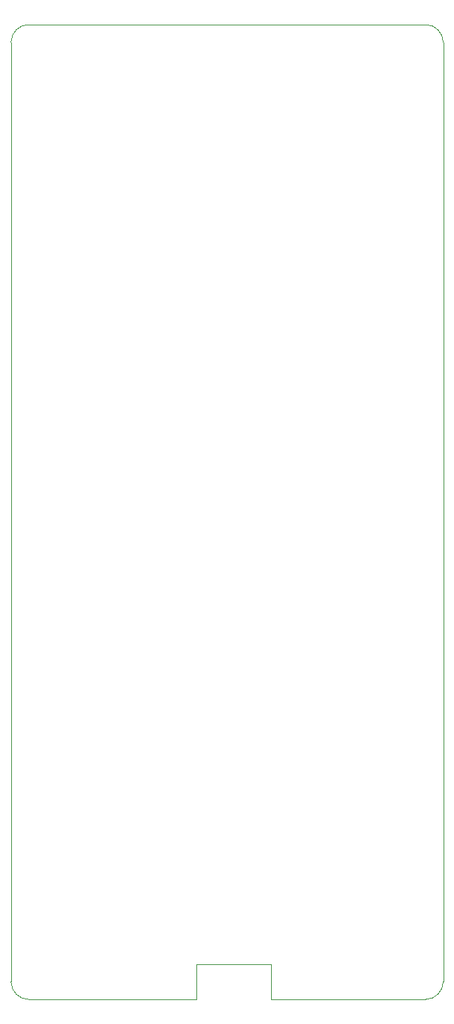
<source format=gbr>
%TF.GenerationSoftware,KiCad,Pcbnew,9.0.1*%
%TF.CreationDate,2025-07-20T14:02:17+01:00*%
%TF.ProjectId,pcb_suiveur,7063625f-7375-4697-9665-75722e6b6963,rev?*%
%TF.SameCoordinates,Original*%
%TF.FileFunction,Profile,NP*%
%FSLAX46Y46*%
G04 Gerber Fmt 4.6, Leading zero omitted, Abs format (unit mm)*
G04 Created by KiCad (PCBNEW 9.0.1) date 2025-07-20 14:02:17*
%MOMM*%
%LPD*%
G01*
G04 APERTURE LIST*
%TA.AperFunction,Profile*%
%ADD10C,0.050000*%
%TD*%
G04 APERTURE END LIST*
D10*
X125500000Y-148500000D02*
G75*
G02*
X123500000Y-146500000I0J2000000D01*
G01*
X170500000Y-148500000D02*
X153000000Y-148500000D01*
X144500000Y-144500000D02*
X144500000Y-148000000D01*
X123500000Y-40000000D02*
G75*
G02*
X125500000Y-38000000I2000000J0D01*
G01*
X170500000Y-38000000D02*
G75*
G02*
X172500000Y-40000000I0J-2000000D01*
G01*
X125500000Y-38000000D02*
X170500000Y-38000000D01*
X153000000Y-148000000D02*
X153000000Y-148500000D01*
X172500000Y-146500000D02*
G75*
G02*
X170500000Y-148500000I-2000000J0D01*
G01*
X144500000Y-148250000D02*
X144500000Y-148000000D01*
X123500000Y-146500000D02*
X123500000Y-40000000D01*
X125500000Y-148500000D02*
X144500000Y-148500000D01*
X153000000Y-148000000D02*
X153000000Y-144500000D01*
X153000000Y-144500000D02*
X144500000Y-144500000D01*
X144500000Y-148250000D02*
X144500000Y-148500000D01*
X172500000Y-40000000D02*
X172500000Y-146500000D01*
M02*

</source>
